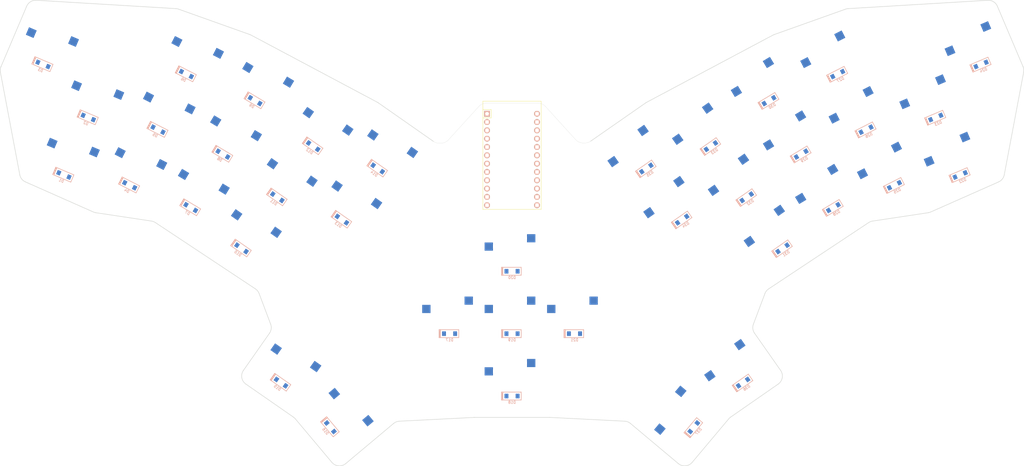
<source format=kicad_pcb>
(kicad_pcb (version 20221018) (generator pcbnew)
  (title_block (title "flauder") (rev "v1.0.0") (company "currentKB"))
  (layers (0 "F.Cu" signal) (31 "B.Cu" signal) (34 "B.Paste" user) (35 "F.Paste" user) (36 "B.SilkS" user "B.Silkscreen") (37 "F.SilkS" user "F.Silkscreen") (38 "B.Mask" user) (39 "F.Mask" user) (44 "Edge.Cuts" user))
  (net 0 "")
  (net 1 "P21")
  (net 2 "pinky_bottom")
  (net 3 "pinky_home")
  (net 4 "pinky_top")
  (net 5 "P20")
  (net 6 "ring_bottom")
  (net 7 "ring_home")
  (net 8 "ring_top")
  (net 9 "P19")
  (net 10 "middle_bottom")
  (net 11 "middle_home")
  (net 12 "middle_top")
  (net 13 "P18")
  (net 14 "index_bottom")
  (net 15 "index_home")
  (net 16 "index_top")
  (net 17 "P15")
  (net 18 "inner_home")
  (net 19 "inner_top")
  (net 20 "inner_cluster")
  (net 21 "outer_cluster")
  (net 22 "left_middle")
  (net 23 "center_down")
  (net 24 "center_middle")
  (net 25 "center_up")
  (net 26 "right_middle")
  (net 27 "P2")
  (net 28 "mirror_pinky_bottom")
  (net 29 "mirror_pinky_home")
  (net 30 "mirror_pinky_top")
  (net 31 "P3")
  (net 32 "mirror_ring_bottom")
  (net 33 "mirror_ring_home")
  (net 34 "mirror_ring_top")
  (net 35 "P4")
  (net 36 "mirror_middle_bottom")
  (net 37 "mirror_middle_home")
  (net 38 "mirror_middle_top")
  (net 39 "P5")
  (net 40 "mirror_index_bottom")
  (net 41 "mirror_index_home")
  (net 42 "mirror_index_top")
  (net 43 "P6")
  (net 44 "mirror_inner_home")
  (net 45 "mirror_inner_top")
  (net 46 "mirror_inner_cluster")
  (net 47 "mirror_outer_cluster")
  (net 48 "P10")
  (net 49 "P8")
  (net 50 "P16")
  (net 51 "P9")
  (net 52 "RAW")
  (net 53 "GND")
  (net 54 "RST")
  (net 55 "VCC")
  (net 56 "P14")
  (net 57 "P1")
  (net 58 "P0")
  (net 59 "P7")
  (footprint "ProMicro" (layer "F.Cu") (at 206.508 123.89 -90)
    (fp_text reference "MCU1" hide)
    (fp_text value "" hide)
    (pad "1" thru_hole rect (at -13.97 7.62 270) (size 1.7526 1.7526) (drill 1.0922) (layers "*.Cu" "*.SilkS" "*.Mask") (net 52 "RAW"))
    (pad "2" thru_hole circle (at -11.43 7.62) (size 1.7526 1.7526) (drill 1.0922) (layers "*.Cu" "*.SilkS" "*.Mask") (net 53 "GND"))
    (pad "3" thru_hole circle (at -8.89 7.62) (size 1.7526 1.7526) (drill 1.0922) (layers "*.Cu" "*.SilkS" "*.Mask") (net 54 "RST"))
    (pad "4" thru_hole circle (at -6.35 7.62) (size 1.7526 1.7526) (drill 1.0922) (layers "*.Cu" "*.SilkS" "*.Mask") (net 55 "VCC"))
    (pad "5" thru_hole circle (at -3.81 7.62) (size 1.7526 1.7526) (drill 1.0922) (layers "*.Cu" "*.SilkS" "*.Mask") (net 1 "P21"))
    (pad "6" thru_hole circle (at -1.27 7.62) (size 1.7526 1.7526) (drill 1.0922) (layers "*.Cu" "*.SilkS" "*.Mask") (net 5 "P20"))
    (pad "7" thru_hole circle (at 1.27 7.62) (size 1.7526 1.7526) (drill 1.0922) (layers "*.Cu" "*.SilkS" "*.Mask") (net 9 "P19"))
    (pad "8" thru_hole circle (at 3.81 7.62) (size 1.7526 1.7526) (drill 1.0922) (layers "*.Cu" "*.SilkS" "*.Mask") (net 13 "P18"))
    (pad "9" thru_hole circle (at 6.35 7.62) (size 1.7526 1.7526) (drill 1.0922) (layers "*.Cu" "*.SilkS" "*.Mask") (net 17 "P15"))
    (pad "10" thru_hole circle (at 8.89 7.62) (size 1.7526 1.7526) (drill 1.0922) (layers "*.Cu" "*.SilkS" "*.Mask") (net 56 "P14"))
    (pad "11" thru_hole circle (at 11.43 7.62) (size 1.7526 1.7526) (drill 1.0922) (layers "*.Cu" "*.SilkS" "*.Mask") (net 50 "P16"))
    (pad "12" thru_hole circle (at 13.97 7.62) (size 1.7526 1.7526) (drill 1.0922) (layers "*.Cu" "*.SilkS" "*.Mask") (net 48 "P10"))
    (pad "13" thru_hole circle (at -13.97 -7.62) (size 1.7526 1.7526) (drill 1.0922) (layers "*.Cu" "*.SilkS" "*.Mask") (net 57 "P1"))
    (pad "14" thru_hole circle (at -11.43 -7.62) (size 1.7526 1.7526) (drill 1.0922) (layers "*.Cu" "*.SilkS" "*.Mask") (net 58 "P0"))
    (pad "15" thru_hole circle (at -8.89 -7.62) (size 1.7526 1.7526) (drill 1.0922) (layers "*.Cu" "*.SilkS" "*.Mask") (net 53 "GND"))
    (pad "16" thru_hole circle (at -6.35 -7.62) (size 1.7526 1.7526) (drill 1.0922) (layers "*.Cu" "*.SilkS" "*.Mask") (net 53 "GND"))
    (pad "17" thru_hole circle (at -3.81 -7.62) (size 1.7526 1.7526) (drill 1.0922) (layers "*.Cu" "*.SilkS" "*.Mask") (net 27 "P2"))
    (pad "18" thru_hole circle (at -1.27 -7.62) (size 1.7526 1.7526) (drill 1.0922) (layers "*.Cu" "*.SilkS" "*.Mask") (net 31 "P3"))
    (pad "19" thru_hole circle (at 1.27 -7.62) (size 1.7526 1.7526) (drill 1.0922) (layers "*.Cu" "*.SilkS" "*.Mask") (net 35 "P4"))
    (pad "20" thru_hole circle (at 3.81 -7.62) (size 1.7526 1.7526) (drill 1.0922) (layers "*.Cu" "*.SilkS" "*.Mask") (net 39 "P5"))
    (pad "21" thru_hole circle (at 6.35 -7.62) (size 1.7526 1.7526) (drill 1.0922) (layers "*.Cu" "*.SilkS" "*.Mask") (net 43 "P6"))
    (pad "22" thru_hole circle (at 8.89 -7.62) (size 1.7526 1.7526) (drill 1.0922) (layers "*.Cu" "*.SilkS" "*.Mask") (net 59 "P7"))
    (pad "23" thru_hole circle (at 11.43 -7.62) (size 1.7526 1.7526) (drill 1.0922) (layers "*.Cu" "*.SilkS" "*.Mask") (net 49 "P8"))
    (pad "24" thru_hole circle (at 13.97 -7.62) (size 1.7526 1.7526) (drill 1.0922) (layers "*.Cu" "*.SilkS" "*.Mask") (net 51 "P9"))
  )
  (footprint "MX" (layer "F.Cu") (at 206.508 153.03)
    (fp_text reference "S20" hide)
    (fp_text value "" hide)
    (pad "" np_thru_hole circle (at -5.08 0) (size 1.7018 1.7018) (drill 1.7018) (layers "*.Cu" "*.Mask"))
    (pad "" np_thru_hole circle (at -3.81 -2.54) (size 3 3) (drill 3) (layers "*.Cu" "*.Mask"))
    (pad "" np_thru_hole circle (at 0 0) (size 3.9878 3.9878) (drill 3.9878) (layers "*.Cu" "*.Mask"))
    (pad "" np_thru_hole circle (at 2.54 -5.08) (size 3 3) (drill 3) (layers "*.Cu" "*.Mask"))
    (pad "" np_thru_hole circle (at 5.08 0) (size 1.7018 1.7018) (drill 1.7018) (layers "*.Cu" "*.Mask"))
    (pad "1" smd rect (at -7.085 -2.54) (size 2.55 2.5) (layers "B.Cu" "B.Paste" "B.Mask"))
    (pad "2" smd rect (at 5.842 -5.08) (size 2.55 2.5) (layers "B.Cu" "B.Paste" "B.Mask") (net 25 "center_up"))
  )
  (footprint "MX" (layer "F.Cu") (at 138.902857 187.936574 -35)
    (fp_text reference "S15" hide)
    (fp_text value "" hide)
    (pad "" np_thru_hole circle (at -5.08 0) (size 1.7018 1.7018) (drill 1.7018) (layers "*.Cu" "*.Mask"))
    (pad "" np_thru_hole circle (at -3.81 -2.54) (size 3 3) (drill 3) (layers "*.Cu" "*.Mask"))
    (pad "" np_thru_hole circle (at 0 0) (size 3.9878 3.9878) (drill 3.9878) (layers "*.Cu" "*.Mask"))
    (pad "" np_thru_hole circle (at 2.54 -5.08) (size 3 3) (drill 3) (layers "*.Cu" "*.Mask"))
    (pad "" np_thru_hole circle (at 5.08 0) (size 1.7018 1.7018) (drill 1.7018) (layers "*.Cu" "*.Mask"))
    (pad "1" smd rect (at -7.085 -2.54 325) (size 2.55 2.5) (layers "B.Cu" "B.Paste" "B.Mask") (net 13 "P18"))
    (pad "2" smd rect (at 5.842 -5.08 325) (size 2.55 2.5) (layers "B.Cu" "B.Paste" "B.Mask") (net 20 "inner_cluster"))
  )
  (footprint "Keebio-Parts.pretty-master:D_SOD123" (layer "F.Cu") (at 128.115946 105.923655 -31)
    (fp_text reference "D9" (at 0 1.925 -211) (layer "B.SilkS") (effects (font (size 0.8 0.8)) (justify mirror)))
    (fp_text value "" hide)
    (pad "1" smd rect (at -1.7 0 329) (size 1.2 1.4) (layers "B.Cu" "B.Paste" "B.Mask") (net 50 "P16"))
    (pad "2" smd rect (at 1.7 0 329) (size 1.2 1.4) (layers "B.Cu" "B.Paste" "B.Mask") (net 12 "middle_top"))
  )
  (footprint "MX" (layer "F.Cu") (at 341.260071 124.00391 23)
    (fp_text reference "S22" hide)
    (fp_text value "" hide)
    (pad "" np_thru_hole circle (at -5.08 0) (size 1.7018 1.7018) (drill 1.7018) (layers "*.Cu" "*.Mask"))
    (pad "" np_thru_hole circle (at -3.81 -2.54) (size 3 3) (drill 3) (layers "*.Cu" "*.Mask"))
    (pad "" np_thru_hole circle (at 0 0) (size 3.9878 3.9878) (drill 3.9878) (layers "*.Cu" "*.Mask"))
    (pad "" np_thru_hole circle (at 2.54 -5.08) (size 3 3) (drill 3) (layers "*.Cu" "*.Mask"))
    (pad "" np_thru_hole circle (at 5.08 0) (size 1.7018 1.7018) (drill 1.7018) (layers "*.Cu" "*.Mask"))
    (pad "1" smd rect (at -7.085 -2.54 23) (size 2.55 2.5) (layers "B.Cu" "B.Paste" "B.Mask") (net 27 "P2"))
    (pad "2" smd rect (at 5.842 -5.08 23) (size 2.55 2.5) (layers "B.Cu" "B.Paste" "B.Mask") (net 28 "mirror_pinky_bottom"))
  )
  (footprint "MX" (layer "F.Cu") (at 244.608 122.55 35)
    (fp_text reference "S35" hide)
    (fp_text value "" hide)
    (pad "" np_thru_hole circle (at -5.08 0) (size 1.7018 1.7018) (drill 1.7018) (layers "*.Cu" "*.Mask"))
    (pad "" np_thru_hole circle (at -3.81 -2.54) (size 3 3) (drill 3) (layers "*.Cu" "*.Mask"))
    (pad "" np_thru_hole circle (at 0 0) (size 3.9878 3.9878) (drill 3.9878) (layers "*.Cu" "*.Mask"))
    (pad "" np_thru_hole circle (at 2.54 -5.08) (size 3 3) (drill 3) (layers "*.Cu" "*.Mask"))
    (pad "" np_thru_hole circle (at 5.08 0) (size 1.7018 1.7018) (drill 1.7018) (layers "*.Cu" "*.Mask"))
    (pad "1" smd rect (at -7.085 -2.54 35) (size 2.55 2.5) (layers "B.Cu" "B.Paste" "B.Mask") (net 43 "P6"))
    (pad "2" smd rect (at 5.842 -5.08 35) (size 2.55 2.5) (layers "B.Cu" "B.Paste" "B.Mask") (net 45 "mirror_inner_top"))
  )
  (footprint "Keebio-Parts.pretty-master:D_SOD123" (layer "F.Cu") (at 123.984867 151.0367 -35)
    (fp_text reference "D10" (at 0 1.925 -215) (layer "B.SilkS") (effects (font (size 0.8 0.8)) (justify mirror)))
    (fp_text value "" hide)
    (pad "1" smd rect (at -1.7 0 325) (size 1.2 1.4) (layers "B.Cu" "B.Paste" "B.Mask") (net 48 "P10"))
    (pad "2" smd rect (at 1.7 0 325) (size 1.2 1.4) (layers "B.Cu" "B.Paste" "B.Mask") (net 14 "index_bottom"))
  )
  (footprint "Keebio-Parts.pretty-master:D_SOD123" (layer "F.Cu") (at 284.900053 105.923655 31)
    (fp_text reference "D30" (at 0 1.925 31) (layer "B.SilkS") (effects (font (size 0.8 0.8)) (justify mirror)))
    (fp_text value "" hide)
    (pad "1" smd rect (at -1.7 0 31) (size 1.2 1.4) (layers "B.Cu" "B.Paste" "B.Mask") (net 50 "P16"))
    (pad "2" smd rect (at 1.7 0 31) (size 1.2 1.4) (layers "B.Cu" "B.Paste" "B.Mask") (net 38 "mirror_middle_top"))
  )
  (footprint "MX" (layer "F.Cu") (at 100.784726 110.32513 -27)
    (fp_text reference "S5" hide)
    (fp_text value "" hide)
    (pad "" np_thru_hole circle (at -5.08 0) (size 1.7018 1.7018) (drill 1.7018) (layers "*.Cu" "*.Mask"))
    (pad "" np_thru_hole circle (at -3.81 -2.54) (size 3 3) (drill 3) (layers "*.Cu" "*.Mask"))
    (pad "" np_thru_hole circle (at 0 0) (size 3.9878 3.9878) (drill 3.9878) (layers "*.Cu" "*.Mask"))
    (pad "" np_thru_hole circle (at 2.54 -5.08) (size 3 3) (drill 3) (layers "*.Cu" "*.Mask"))
    (pad "" np_thru_hole circle (at 5.08 0) (size 1.7018 1.7018) (drill 1.7018) (layers "*.Cu" "*.Mask"))
    (pad "1" smd rect (at -7.085 -2.54 333) (size 2.55 2.5) (layers "B.Cu" "B.Paste" "B.Mask") (net 5 "P20"))
    (pad "2" smd rect (at 5.842 -5.08 333) (size 2.55 2.5) (layers "B.Cu" "B.Paste" "B.Mask") (net 7 "ring_home"))
  )
  (footprint "MX" (layer "F.Cu") (at 301.947813 134.295893 31)
    (fp_text reference "S28" hide)
    (fp_text value "" hide)
    (pad "" np_thru_hole circle (at -5.08 0) (size 1.7018 1.7018) (drill 1.7018) (layers "*.Cu" "*.Mask"))
    (pad "" np_thru_hole circle (at -3.81 -2.54) (size 3 3) (drill 3) (layers "*.Cu" "*.Mask"))
    (pad "" np_thru_hole circle (at 0 0) (size 3.9878 3.9878) (drill 3.9878) (layers "*.Cu" "*.Mask"))
    (pad "" np_thru_hole circle (at 2.54 -5.08) (size 3 3) (drill 3) (layers "*.Cu" "*.Mask"))
    (pad "" np_thru_hole circle (at 5.08 0) (size 1.7018 1.7018) (drill 1.7018) (layers "*.Cu" "*.Mask"))
    (pad "1" smd rect (at -7.085 -2.54 31) (size 2.55 2.5) (layers "B.Cu" "B.Paste" "B.Mask") (net 35 "P4"))
    (pad "2" smd rect (at 5.842 -5.08 31) (size 2.55 2.5) (layers "B.Cu" "B.Paste" "B.Mask") (net 36 "mirror_middle_bottom"))
  )
  (footprint "MX" (layer "F.Cu") (at 168.408 122.55 -35)
    (fp_text reference "S14" hide)
    (fp_text value "" hide)
    (pad "" np_thru_hole circle (at -5.08 0) (size 1.7018 1.7018) (drill 1.7018) (layers "*.Cu" "*.Mask"))
    (pad "" np_thru_hole circle (at -3.81 -2.54) (size 3 3) (drill 3) (layers "*.Cu" "*.Mask"))
    (pad "" np_thru_hole circle (at 0 0) (size 3.9878 3.9878) (drill 3.9878) (layers "*.Cu" "*.Mask"))
    (pad "" np_thru_hole circle (at 2.54 -5.08) (size 3 3) (drill 3) (layers "*.Cu" "*.Mask"))
    (pad "" np_thru_hole circle (at 5.08 0) (size 1.7018 1.7018) (drill 1.7018) (layers "*.Cu" "*.Mask"))
    (pad "1" smd rect (at -7.085 -2.54 325) (size 2.55 2.5) (layers "B.Cu" "B.Paste" "B.Mask") (net 17 "P15"))
    (pad "2" smd rect (at 5.842 -5.08 325) (size 2.55 2.5) (layers "B.Cu" "B.Paste" "B.Mask") (net 19 "inner_top"))
  )
  (footprint "Keebio-Parts.pretty-master:D_SOD123" (layer "F.Cu") (at 89.866255 131.753837 -27)
    (fp_text reference "D4" (at 0 1.925 -207) (layer "B.SilkS") (effects (font (size 0.8 0.8)) (justify mirror)))
    (fp_text value "" hide)
    (pad "1" smd rect (at -1.7 0 333) (size 1.2 1.4) (layers "B.Cu" "B.Paste" "B.Mask") (net 48 "P10"))
    (pad "2" smd rect (at 1.7 0 333) (size 1.2 1.4) (layers "B.Cu" "B.Paste" "B.Mask") (net 6 "ring_bottom"))
  )
  (footprint "MX" (layer "F.Cu") (at 148.706012 115.731246 -35)
    (fp_text reference "S12" hide)
    (fp_text value "" hide)
    (pad "" np_thru_hole circle (at -5.08 0) (size 1.7018 1.7018) (drill 1.7018) (layers "*.Cu" "*.Mask"))
    (pad "" np_thru_hole circle (at -3.81 -2.54) (size 3 3) (drill 3) (layers "*.Cu" "*.Mask"))
    (pad "" np_thru_hole circle (at 0 0) (size 3.9878 3.9878) (drill 3.9878) (layers "*.Cu" "*.Mask"))
    (pad "" np_thru_hole circle (at 2.54 -5.08) (size 3 3) (drill 3) (layers "*.Cu" "*.Mask"))
    (pad "" np_thru_hole circle (at 5.08 0) (size 1.7018 1.7018) (drill 1.7018) (layers "*.Cu" "*.Mask"))
    (pad "1" smd rect (at -7.085 -2.54 325) (size 2.55 2.5) (layers "B.Cu" "B.Paste" "B.Mask") (net 13 "P18"))
    (pad "2" smd rect (at 5.842 -5.08 325) (size 2.55 2.5) (layers "B.Cu" "B.Paste" "B.Mask") (net 16 "index_top"))
  )
  (footprint "Keebio-Parts.pretty-master:D_SOD123" (layer "F.Cu") (at 314.501225 114.780163 27)
    (fp_text reference "D26" (at 0 1.925 27) (layer "B.SilkS") (effects (font (size 0.8 0.8)) (justify mirror)))
    (fp_text value "" hide)
    (pad "1" smd rect (at -1.7 0 27) (size 1.2 1.4) (layers "B.Cu" "B.Paste" "B.Mask") (net 49 "P8"))
    (pad "2" smd rect (at 1.7 0 27) (size 1.2 1.4) (layers "B.Cu" "B.Paste" "B.Mask") (net 33 "mirror_ring_home"))
  )
  (footprint "MX" (layer "F.Cu") (at 65.385452 90.257056 -23)
    (fp_text reference "S3" hide)
    (fp_text value "" hide)
    (pad "" np_thru_hole circle (at -5.08 0) (size 1.7018 1.7018) (drill 1.7018) (layers "*.Cu" "*.Mask"))
    (pad "" np_thru_hole circle (at -3.81 -2.54) (size 3 3) (drill 3) (layers "*.Cu" "*.Mask"))
    (pad "" np_thru_hole circle (at 0 0) (size 3.9878 3.9878) (drill 3.9878) (layers "*.Cu" "*.Mask"))
    (pad "" np_thru_hole circle (at 2.54 -5.08) (size 3 3) (drill 3) (layers "*.Cu" "*.Mask"))
    (pad "" np_thru_hole circle (at 5.08 0) (size 1.7018 1.7018) (drill 1.7018) (layers "*.Cu" "*.Mask"))
    (pad "1" smd rect (at -7.085 -2.54 337) (size 2.55 2.5) (layers "B.Cu" "B.Paste" "B.Mask") (net 1 "P21"))
    (pad "2" smd rect (at 5.842 -5.08 337) (size 2.55 2.5) (layers "B.Cu" "B.Paste" "B.Mask") (net 4 "pinky_top"))
  )
  (footprint "MX" (layer "F.Cu") (at 312.231273 110.32513 27)
    (fp_text reference "S26" hide)
    (fp_text value "" hide)
    (pad "" np_thru_hole circle (at -5.08 0) (size 1.7018 1.7018) (drill 1.7018) (layers "*.Cu" "*.Mask"))
    (pad "" np_thru_hole circle (at -3.81 -2.54) (size 3 3) (drill 3) (layers "*.Cu" "*.Mask"))
    (pad "" np_thru_hole circle (at 0 0) (size 3.9878 3.9878) (drill 3.9878) (layers "*.Cu" "*.Mask"))
    (pad "" np_thru_hole circle (at 2.54 -5.08) (size 3 3) (drill 3) (layers "*.Cu" "*.Mask"))
    (pad "" np_thru_hole circle (at 5.08 0) (size 1.7018 1.7018) (drill 1.7018) (layers "*.Cu" "*.Mask"))
    (pad "1" smd rect (at -7.085 -2.54 27) (size 2.55 2.5) (layers "B.Cu" "B.Paste" "B.Mask") (net 31 "P3"))
    (pad "2" smd rect (at 5.842 -5.08 27) (size 2.55 2.5) (layers "B.Cu" "B.Paste" "B.Mask") (net 33 "mirror_ring_home"))
  )
  (footprint "Keebio-Parts.pretty-master:D_SOD123" (layer "F.Cu") (at 323.149744 131.753837 27)
    (fp_text reference "D25" (at 0 1.925 27) (layer "B.SilkS") (effects (font (size 0.8 0.8)) (justify mirror)))
    (fp_text value "" hide)
    (pad "1" smd rect (at -1.7 0 27) (size 1.2 1.4) (layers "B.Cu" "B.Paste" "B.Mask") (net 48 "P10"))
    (pad "2" smd rect (at 1.7 0 27) (size 1.2 1.4) (layers "B.Cu" "B.Paste" "B.Mask") (net 32 "mirror_ring_bottom"))
  )
  (footprint "Keebio-Parts.pretty-master:D_SOD123" (layer "F.Cu") (at 267.17787 119.827007 35)
    (fp_text reference "D33" (at 0 1.925 35) (layer "B.SilkS") (effects (font (size 0.8 0.8)) (justify mirror)))
    (fp_text value "" hide)
    (pad "1" smd rect (at -1.7 0 35) (size 1.2 1.4) (layers "B.Cu" "B.Paste" "B.Mask") (net 50 "P16"))
    (pad "2" smd rect (at 1.7 0 35) (size 1.2 1.4) (layers "B.Cu" "B.Paste" "B.Mask") (net 42 "mirror_index_top"))
  )
  (footprint "Keebio-Parts.pretty-master:D_SOD123" (layer "F.Cu") (at 225.558 177.08)
    (fp_text reference "D21" (at 0 1.925) (layer "B.SilkS") (effects (font (size 0.8 0.8)) (justify mirror)))
    (fp_text value "" hide)
    (pad "1" smd rect (at -1.7 0) (size 1.2 1.4) (layers "B.Cu" "B.Paste" "B.Mask"))
    (pad "2" smd rect (at 1.7 0) (size 1.2 1.4) (layers "B.Cu" "B.Paste" "B.Mask") (net 26 "right_middle"))
  )
  (footprint "Keebio-Parts.pretty-master:D_SOD123" (layer "F.Cu") (at 206.508 196.13)
    (fp_text reference "D18" (at 0 1.925) (layer "B.SilkS") (effects (font (size 0.8 0.8)) (justify mirror)))
    (fp_text value "" hide)
    (pad "1" smd rect (at -1.7 0) (size 1.2 1.4) (layers "B.Cu" "B.Paste" "B.Mask"))
    (pad "2" smd rect (at 1.7 0) (size 1.2 1.4) (layers "B.Cu" "B.Paste" "B.Mask") (net 23 "center_down"))
  )
  (footprint "MX" (layer "F.Cu") (at 333.816643 106.468293 23)
    (fp_text reference "S23" hide)
    (fp_text value "" hide)
    (pad "" np_thru_hole circle (at -5.08 0) (size 1.7018 1.7018) (drill 1.7018) (layers "*.Cu" "*.Mask"))
    (pad "" np_thru_hole circle (at -3.81 -2.54) (size 3 3) (drill 3) (layers "*.Cu" "*.Mask"))
    (pad "" np_thru_hole circle (at 0 0) (size 3.9878 3.9878) (drill 3.9878) (layers "*.Cu" "*.Mask"))
    (pad "" np_thru_hole circle (at 2.54 -5.08) (size 3 3) (drill 3) (layers "*.Cu" "*.Mask"))
    (pad "" np_thru_hole circle (at 5.08 0) (size 1.7018 1.7018) (drill 1.7018) (layers "*.Cu" "*.Mask"))
    (pad "1" smd rect (at -7.085 -2.54 23) (size 2.55 2.5) (layers "B.Cu" "B.Paste" "B.Mask") (net 27 "P2"))
    (pad "2" smd rect (at 5.842 -5.08 23) (size 2.55 2.5) (layers "B.Cu" "B.Paste" "B.Mask") (net 29 "mirror_pinky_home"))
  )
  (footprint "Keebio-Parts.pretty-master:D_SOD123" (layer "F.Cu") (at 261.942244 205.660851 50)
    (fp_text reference "D37" (at 0 1.925 50) (layer "B.SilkS") (effects (font (size 0.8 0.8)) (justify mirror)))
    (fp_text value "" hide)
    (pad "1" smd rect (at -1.7 0 50) (size 1.2 1.4) (layers "B.Cu" "B.Paste" "B.Mask") (net 51 "P9"))
    (pad "2" smd rect (at 1.7 0 50) (size 1.2 1.4) (layers "B.Cu" "B.Paste" "B.Mask") (net 47 "mirror_outer_cluster"))
  )
  (footprint "MX" (layer "F.Cu") (at 274.113142 187.936574 35)
    (fp_text reference "S36" hide)
    (fp_text value "" hide)
    (pad "" np_thru_hole circle (at -5.08 0) (size 1.7018 1.7018) (drill 1.7018) (layers "*.Cu" "*.Mask"))
    (pad "" np_thru_hole circle (at -3.81 -2.54) (size 3 3) (drill 3) (layers "*.Cu" "*.Mask"))
    (pad "" np_thru_hole circle (at 0 0) (size 3.9878 3.9878) (drill 3.9878) (layers "*.Cu" "*.Mask"))
    (pad "" np_thru_hole circle (at 2.54 -5.08) (size 3 3) (drill 3) (layers "*.Cu" "*.Mask"))
    (pad "" np_thru_hole circle (at 5.08 0) (size 1.7018 1.7018) (drill 1.7018) (layers "*.Cu" "*.Mask"))
    (pad "1" smd rect (at -7.085 -2.54 35) (size 2.55 2.5) (layers "B.Cu" "B.Paste" "B.Mask") (net 39 "P5"))
    (pad "2" smd rect (at 5.842 -5.08 35) (size 2.55 2.5) (layers "B.Cu" "B.Paste" "B.Mask") (net 46 "mirror_inner_cluster"))
  )
  (footprint "Keebio-Parts.pretty-master:D_SOD123" (layer "F.Cu") (at 165.540117 126.64576 -35)
    (fp_text reference "D14" (at 0 1.925 -215) (layer "B.SilkS") (effects (font (size 0.8 0.8)) (justify mirror)))
    (fp_text value "" hide)
    (pad "1" smd rect (at -1.7 0 325) (size 1.2 1.4) (layers "B.Cu" "B.Paste" "B.Mask") (net 50 "P16"))
    (pad "2" smd rect (at 1.7 0 325) (size 1.2 1.4) (layers "B.Cu" "B.Paste" "B.Mask") (net 19 "inner_top"))
  )
  (footprint "MX" (layer "F.Cu") (at 206.508 172.08)
    (fp_text reference "S19" hide)
    (fp_text value "" hide)
    (pad "" np_thru_hole circle (at -5.08 0) (size 1.7018 1.7018) (drill 1.7018) (layers "*.Cu" "*.Mask"))
    (pad "" np_thru_hole circle (at -3.81 -2.54) (size 3 3) (drill 3) (layers "*.Cu" "*.Mask"))
    (pad "" np_thru_hole circle (at 0 0) (size 3.9878 3.9878) (drill 3.9878) (layers "*.Cu" "*.Mask"))
    (pad "" np_thru_hole circle (at 2.54 -5.08) (size 3 3) (drill 3) (layers "*.Cu" "*.Mask"))
    (pad "" np_thru_hole circle (at 5.08 0) (size 1.7018 1.7018) (drill 1.7018) (layers "*.Cu" "*.Mask"))
    (pad "1" smd rect (at -7.085 -2.54) (size 2.55 2.5) (layers "B.Cu" "B.Paste" "B.Mask"))
    (pad "2" smd rect (at 5.842 -5.08) (size 2.55 2.5) (layers "B.Cu" "B.Paste" "B.Mask") (net 24 "center_middle"))
  )
  (footprint "MX" (layer "F.Cu") (at 225.558 172.08)
    (fp_text reference "S21" hide)
    (fp_text value "" hide)
    (pad "" np_thru_hole circle (at -5.08 0) (size 1.7018 1.7018) (drill 1.7018) (layers "*.Cu" "*.Mask"))
    (pad "" np_thru_hole circle (at -3.81 -2.54) (size 3 3) (drill 3) (layers "*.Cu" "*.Mask"))
    (pad "" np_thru_hole circle (at 0 0) (size 3.9878 3.9878) (drill 3.9878) (layers "*.Cu" "*.Mask"))
    (pad "" np_thru_hole circle (at 2.54 -5.08) (size 3 3) (drill 3) (layers "*.Cu" "*.Mask"))
    (pad "" np_thru_hole circle (at 5.08 0) (size 1.7018 1.7018) (drill 1.7018) (layers "*.Cu" "*.Mask"))
    (pad "1" smd rect (at -7.085 -2.54) (size 2.55 2.5) (layers "B.Cu" "B.Paste" "B.Mask"))
    (pad "2" smd rect (at 5.842 -5.08) (size 2.55 2.5) (layers "B.Cu" "B.Paste" "B.Mask") (net 26 "right_middle"))
  )
  (footprint "MX" (layer "F.Cu") (at 92.136207 127.298804 -27)
    (fp_text reference "S4" hide)
    (fp_text value "" hide)
    (pad "" np_thru_hole circle (at -5.08 0) (size 1.7018 1.7018) (drill 1.7018) (layers "*.Cu" "*.Mask"))
    (pad "" np_thru_hole circle (at -3.81 -2.54) (size 3 3) (drill 3) (layers "*.Cu" "*.Mask"))
    (pad "" np_thru_hole circle (at 0 0) (size 3.9878 3.9878) (drill 3.9878) (layers "*.Cu" "*.Mask"))
    (pad "" np_thru_hole circle (at 2.54 -5.08) (size 3 3) (drill 3) (layers "*.Cu" "*.Mask"))
    (pad "" np_thru_hole circle (at 5.08 0) (size 1.7018 1.7018) (drill 1.7018) (layers "*.Cu" "*.Mask"))
    (pad "1" smd rect (at -7.085 -2.54 333) (size 2.55 2.5) (layers "B.Cu" "B.Paste" "B.Mask") (net 5 "P20"))
    (pad "2" smd rect (at 5.842 -5.08 333) (size 2.55 2.5) (layers "B.Cu" "B.Paste" "B.Mask") (net 6 "ring_bottom"))
  )
  (footprint "Keebio-Parts.pretty-master:D_SOD123" (layer "F.Cu") (at 77.2457 111.070817 -23)
    (fp_text reference "D2" (at 0 1.925 -203) (layer "B.SilkS") (effects (font (size 0.8 0.8)) (justify mirror)))
    (fp_text value "" hide)
    (pad "1" smd rect (at -1.7 0 337) (size 1.2 1.4) (layers "B.Cu" "B.Paste" "B.Mask") (net 49 "P8"))
    (pad "2" smd rect (at 1.7 0 337) (size 1.2 1.4) (layers "B.Cu" "B.Paste" "B.Mask") (net 3 "pinky_home"))
  )
  (footprint "MX" (layer "F.Cu") (at 137.779381 131.336093 -35)
    (fp_text reference "S11" hide)
    (fp_text value "" hide)
    (pad "" np_thru_hole circle (at -5.08 0) (size 1.7018 1.7018) (drill 1.7018) (layers "*.Cu" "*.Mask"))
    (pad "" np_thru_hole circle (at -3.81 -2.54) (size 3 3) (drill 3) (layers "*.Cu" "*.Mask"))
    (pad "" np_thru_hole circle (at 0 0) (size 3.9878 3.9878) (drill 3.9878) (layers "*.Cu" "*.Mask"))
    (pad "" np_thru_hole circle (at 2.54 -5.08) (size 3 3) (drill 3) (layers "*.Cu" "*.Mask"))
    (pad "" np_thru_hole circle (at 5.08 0) (size 1.7018 1.7018) (drill 1.7018) (layers "*.Cu" "*.Mask"))
    (pad "1" smd rect (at -7.085 -2.54 325) (size 2.55 2.5) (layers "B.Cu" "B.Paste" "B.Mask") (net 13 "P18"))
    (pad "2" smd rect (at 5.842 -5.08 325) (size 2.55 2.5) (layers "B.Cu" "B.Paste" "B.Mask") (net 15 "index_home"))
  )
  (footprint "MX" (layer "F.Cu") (at 157.481369 138.154847 -35)
    (fp_text reference "S13" hide)
    (fp_text value "" hide)
    (pad "" np_thru_hole circle (at -5.08 0) (size 1.7018 1.7018) (drill 1.7018) (layers "*.Cu" "*.Mask"))
    (pad "" np_thru_hole circle (at -3.81 -2.54) (size 3 3) (drill 3) (layers "*.Cu" "*.Mask"))
    (pad "" np_thru_hole circle (at 0 0) (size 3.9878 3.9878) (drill 3.9878) (layers "*.Cu" "*.Mask"))
    (pad "" np_thru_hole circle (at 2.54 -5.08) (size 3 3) (drill 3) (layers "*.Cu" "*.Mask"))
    (pad "" np_thru_hole circle (at 5.08 0) (size 1.7018 1.7018) (drill 1.7018) (layers "*.Cu" "*.Mask"))
    (pad "1" smd rect (at -7.085 -2.54 325) (size 2.55 2.5) (layers "B.Cu" "B.Paste" "B.Mask") (net 17 "P15"))
    (pad "2" smd rect (at 5.842 -5.08 325) (size 2.55 2.5) (layers "B.Cu" "B.Paste" "B.Mask") (net 18 "inner_home"))
  )
  (footprint "Keebio-Parts.pretty-master:D_SOD123" (layer "F.Cu") (at 289.031132 151.0367 35)
    (fp_text reference "D31" (at 0 1.925 35) (layer "B.SilkS") (effects (font (size 0.8 0.8)) (justify mirror)))
    (fp_text value "" hide)
    (pad "1" smd rect (at -1.7 0 35) (size 1.2 1.4) (layers "B.Cu" "B.Paste" "B.Mask") (net 48 "P10"))
    (pad "2" smd rect (at 1.7 0 35) (size 1.2 1.4) (layers "B.Cu" "B.Paste" "B.Mask") (net 40 "mirror_index_bottom"))
  )
  (footprint "MX" (layer "F.Cu") (at 347.630547 90.257056 23)
    (fp_text reference "S24" hide)
    (fp_text value "" hide)
    (pad "" np_thru_hole circle (at -5.08 0) (size 1.7018 1.7018) (drill 1.7018) (layers "*.Cu" "*.Mask"))
    (pad "" np_thru_hole circle (at -3.81 -2.54) (size 3 3) (drill 3) (layers "*.Cu" "*.Mask"))
    (pad "" np_thru_hole circle (at 0 0) (size 3.9878 3.9878) (drill 3.9878) (layers "*.Cu" "*.Mask"))
    (pad "" np_thru_hole circle (at 2.54 -5.08) (size 3 3) (drill 3) (layers "*.Cu" "*.Mask"))
    (pad "" np_thru_hole circle (at 5.08 0) (size 1.7018 1.7018) (drill 1.7018) (layers "*.Cu" "*.Mask"))
    (pad "1" smd rect (at -7.085 -2.54 23) (size 2.55 2.5) (layers "B.Cu" "B.Paste" "B.Mask") (net 27 "P2"))
    (pad "2" smd rect (at 5.842 -5.08 23) (size 2.55 2.5) (layers "B.Cu" "B.Paste" "B.Mask") (net 30 "mirror_pinky_top"))
  )
  (footprint "Keebio-Parts.pretty-master:D_SOD123" (layer "F.Cu") (at 304.523004 138.581729 31)
    (fp_text reference "D28" (at 0 1.925 31) (layer "B.SilkS") (effects (font (size 0.8 0.8)) (justify mirror)))
    (fp_text value "" hide)
    (pad "1" smd rect (at -1.7 0 31) (size 1.2 1.4) (layers "B.Cu" "B.Paste" "B.Mask") (net 48 "P10"))
    (pad "2" smd rect (at 1.7 0 31) (size 1.2 1.4) (layers "B.Cu" "B.Paste" "B.Mask") (net 36 "mirror_middle_bottom"))
  )
  (footprint "Keebio-Parts.pretty-master:D_SOD123" (layer "F.Cu") (at 107.163293 97.806488 -27)
    (fp_text reference "D6" (at 0 1.925 -207) (layer "B.SilkS") (effects (font (size 0.8 0.8)) (justify mirror)))
    (fp_text value "" hide)
    (pad "1" smd rect (at -1.7 0 333) (size 1.2 1.4) (layers "B.Cu" "B.Paste" "B.Mask") (net 50 "P16"))
    (pad "2" smd rect (at 1.7 0 333) (size 1.2 1.4) (layers "B.Cu" "B.Paste" "B.Mask") (net 8 "ring_top"))
  )
  (footprint "Keebio-Parts.pretty-master:D_SOD123" (layer "F.Cu") (at 335.770299 111.070817 23)
    (fp_text reference "D23" (at 0 1.925 23) (layer "B.SilkS") (effects (font (size 0.8 0.8)) (justify mirror)))
    (fp_text value "" hide)
    (pad "1" smd rect (at -1.7 0 23) (size 1.2 1.4) (layers "B.Cu" "B.Paste" "B.Mask") (net 49 "P8"))
    (pad "2" smd rect (at 1.7 0 23) (size 1.2 1.4) (layers "B.Cu" "B.Paste" "B.Mask") (net 29 "mirror_pinky_home"))
  )
  (footprint "MX" (layer "F.Cu") (at 258.112022 202.446913 50)
    (fp_text reference "S37" hide)
    (fp_text value "" hide)
    (pad "" np_thru_hole circle (at -5.08 0) (size 1.7018 1.7018) (drill 1.7018) (layers "*.Cu" "*.Mask"))
    (pad "" np_thru_hole circle (at -3.81 -2.54) (size 3 3) (drill 3) (layers "*.Cu" "*.Mask"))
    (pad "" np_thru_hole circle (at 0 0) (size 3.9878 3.9878) (drill 3.9878) (layers "*.Cu" "*.Mask"))
    (pad "" np_thru_hole circle (at 2.54 -5.08) (size 3 3) (drill 3) (layers "*.Cu" "*.Mask"))
    (pad "" np_thru_hole circle (at 5.08 0) (size 1.7018 1.7018) (drill 1.7018) (layers "*.Cu" "*.Mask"))
    (pad "1" smd rect (at -7.085 -2.54 50) (size 2.55 2.5) (layers "B.Cu" "B.Paste" "B.Mask") (net 43 "P6"))
    (pad "2" smd rect (at 5.842 -5.08 50) (size 2.55 2.5) (layers "B.Cu" "B.Paste" "B.Mask") (net 47 "mirror_outer_cluster"))
  )
  (footprint "Keebio-Parts.pretty-master:D_SOD123" (layer "F.Cu") (at 151.073755 205.660851 -50)
    (fp_text reference "D16" (at 0 1.925 -230) (layer "B.SilkS") (effects (font (size 0.8 0.8)) (justify mirror)))
    (fp_text value "" hide)
    (pad "1" smd rect (at -1.7 0 310) (size 1.2 1.4) (layers "B.Cu" "B.Paste" "B.Mask") (net 51 "P9"))
    (pad "2" smd rect (at 1.7 0 310) (size 1.2 1.4) (layers "B.Cu" "B.Paste" "B.Mask") (net 21 "outer_cluster"))
  )
  (footprint "Keebio-Parts.pretty-master:D_SOD123" (layer "F.Cu") (at 69.802272 128.606434 -23)
    (fp_text reference "D1" (at 0 1.925 -203) (layer "B.SilkS") (effects (font (size 0.8 0.8)) (justify mirror)))
    (fp_text value "" hide)
    (pad "1" smd rect (at -1.7 0 337) (size 1.2 1.4) (layers "B.Cu" "B.Paste" "B.Mask") (net 48 "P10"))
    (pad "2" smd rect (at 1.7 0 337) (size 1.2 1.4) (layers "B.Cu" "B.Paste" "B.Mask") (net 2 "pinky_bottom"))
  )
  (footprint "MX" (layer "F.Cu") (at 126.852749 146.940939 -35)
    (fp_text reference "S10" hide)
    (fp_text value "" hide)
    (pad "" np_thru_hole circle (at -5.08 0) (size 1.7018 1.7018) (drill 1.7018) (layers "*.Cu" "*.Mask"))
    (pad "" np_thru_hole circle (at -3.81 -2.54) (size 3 3) (drill 3) (layers "*.Cu" "*.Mask"))
    (pad "" np_thru_hole circle (at 0 0) (size 3.9878 3.9878) (drill 3.9878) (layers "*.Cu" "*.Mask"))
    (pad "" np_thru_hole circle (at 2.54 -5.08) (size 3 3) (drill 3) (layers "*.Cu" "*.Mask"))
    (pad "" np_thru_hole circle (at 5.08 0) (size 1.7018 1.7018) (drill 1.7018) (layers "*.Cu" "*.Mask"))
    (pad "1" smd rect (at -7.085 -2.54 325) (size 2.55 2.5) (layers "B.Cu" "B.Paste" "B.Mask") (net 13 "P18"))
    (pad "2" smd rect (at 5.842 -5.08 325) (size 2.55 2.5) (layers "B.Cu" "B.Paste" "B.Mask") (net 14 "index_bottom"))
  )
  (footprint "MX" (layer "F.Cu") (at 130.691137 101.637819 -31)
    (fp_text reference "S9" hide)
    (fp_text value "" hide)
    (pad "" np_thru_hole circle (at -5.08 0) (size 1.7018 1.7018) (drill 1.7018) (layers "*.Cu" "*.Mask"))
    (pad "" np_thru_hole circle (at -3.81 -2.54) (size 3 3) (drill 3) (layers "*.Cu" "*.Mask"))
    (pad "" np_thru_hole circle (at 0 0) (size 3.9878 3.9878) (drill 3.9878) (layers "*.Cu" "*.Mask"))
    (pad "" np_thru_hole circle (at 2.54 -5.08) (size 3 3) (drill 3) (layers "*.Cu" "*.Mask"))
    (pad "" np_thru_hole circle (at 5.08 0) (size 1.7018 1.7018) (drill 1.7018) (layers "*.Cu" "*.Mask"))
    (pad "1" smd rect (at -7.085 -2.54 329) (size 2.55 2.5) (layers "B.Cu" "B.Paste" "B.Mask") (net 9 "P19"))
    (pad "2" smd rect (at 5.842 -5.08 329) (size 2.55 2.5) (layers "B.Cu" "B.Paste" "B.Mask") (net 12 "middle_top"))
  )
  (footprint "MX" (layer "F.Cu") (at 255.534631 138.154847 35)
    (fp_text reference "S34" hide)
    (fp_text value "" hide)
    (pad "" np_thru_hole circle (at -5.08 0) (size 1.7018 1.7018) (drill 1.7018) (layers "*.Cu" "*.Mask"))
    (pad "" np_thru_hole circle (at -3.81 -2.54) (size 3 3) (drill 3) (layers "*.Cu" "*.Mask"))
    (pad "" np_thru_hole circle (at 0 0) (size 3.9878 3.9878) (drill 3.9878) (layers "*.Cu" "*.Mask"))
    (pad "" np_thru_hole circle (at 2.54 -5.08) (size 3 3) (drill 3) (layers "*.Cu" "*.Mask"))
    (pad "" np_thru_hole circle (at 5.08 0) (size 1.7018 1.7018) (drill 1.7018) (layers "*.Cu" "*.Mask"))
    (pad "1" smd rect (at -7.085 -2.54 35) (size 2.55 2.5) (layers "B.Cu" "B.Paste" "B.Mask") (net 43 "P6"))
    (pad "2" smd rect (at 5.842 -5.08 35) (size 2.55 2.5) (layers "B.Cu" "B.Paste" "B.Mask") (net 44 "mirror_inner_home"))
  )
  (footprint "MX" (layer "F.Cu") (at 187.458 172.08)
    (fp_text reference "S17" hide)
    (fp_text value "" hide)
    (pad "" np_thru_hole circle (at -5.08 0) (size 1.7018 1.7018) (drill 1.7018) (layers "*.Cu" "*.Mask"))
    (pad "" np_thru_hole circle (at -3.81 -2.54) (size 3 3) (drill 3) (layers "*.Cu" "*.Mask"))
    (pad "" np_thru_hole circle (at 0 0) (size 3.9878 3.9878) (drill 3.9878) (layers "*.Cu" "*.Mask"))
    (pad "" np_thru_hole circle (at 2.54 -5.08) (size 3 3) (drill 3) (layers "*.Cu" "*.Mask"))
    (pad "" np_thru_hole circle (at 5.08 0) (size 1.7018 1.7018) (drill 1.7018) (layers "*.Cu" "*.Mask"))
    (pad "1" smd rect (at -7.085 -2.54) (size 2.55 2.5) (layers "B.Cu" "B.Paste" "B.Mask"))
    (pad "2" smd rect (at 5.842 -5.08) (size 2.55 2.5) (layers "B.Cu" "B.Paste" "B.Mask") (net 22 "left_middle"))
  )
  (footprint "MX" (layer "F.Cu") (at 282.324863 101.637819 31)
    (fp_text reference "S30" hide)
    (fp_text value "" hide)
    (pad "" np_thru_hole circle (at -5.08 0) (size 1.7018 1.7018) (drill 1.7018) (layers "*.Cu" "*.Mask"))
    (pad "" np_thru_hole circle (at -3.81 -2.54) (size 3 3) (drill 3) (layers "*.Cu" "*.Mask"))
    (pad "" np_thru_hole circle (at 0 0) (size 3.9878 3.9878) (drill 3.9878) (layers "*.Cu" "*.Mask"))
    (pad "" np_thru_hole circle (at 2.54 -5.08) (size 3 3) (drill 3) (layers "*.Cu" "*.Mask"))
    (pad "" np_thru_hole circle (at 5.08 0) (size 1.7018 1.7018) (drill 1.7018) (layers "*.Cu" "*.Mask"))
    (pad "1" smd rect (at -7.085 -2.54 31) (size 2.55 2.5) (layers "B.Cu" "B.Paste" "B.Mask") (net 35 "P4"))
    (pad "2" smd rect (at 5.842 -5.08 31) (size 2.55 2.5) (layers "B.Cu" "B.Paste" "B.Mask") (net 38 "mirror_middle_top"))
  )
  (footprint "Keebio-Parts.pretty-master:D_SOD123" (layer "F.Cu") (at 276.981024 192.032334 35)
    (fp_text reference "D36" (at 0 1.925 35) (layer "B.SilkS") (effects (font (size 0.8 0.8)) (justify mirror)))
    (fp_text value "" hide)
    (pad "1" smd rect (at -1.7 0 35) (size 1.2 1.4) (layers "B.Cu" "B.Paste" "B.Mask") (net 51 "P9"))
    (pad "2" smd rect (at 1.7 0 35) (size 1.2 1.4) (layers "B.Cu" "B.Paste" "B.Mask") (net 46 "mirror_inner_cluster"))
  )
  (footprint "MX" (layer "F.Cu") (at 303.582754 93.351456 27)
    (fp_text reference "S27" hide)
    (fp_text value "" hide)
    (pad "" np_thru_hole circle (at -5.08 0) (size 1.7018 1.7018) (drill 1.7018) (layers "*.Cu" "*.Mask"))
    (pad "" np_thru_hole circle (at -3.81 -2.54) (size 3 3) (drill 3) (layers "*.Cu" "*.Mask"))
    (pad "" np_thru_hole circle (at 0 0) (size 3.9878 3.9878) (drill 3.9878) (layers "*.Cu" "*.Mask"))
    (pad "" np_thru_hole circle (at 2.54 -5.08) (size 3 3) (drill 3) (layers "*.Cu" "*.Mask"))
    (pad "" np_thru_hole circle (at 5.08 0) (size 1.7018 1.7018) (drill 1.7018) (layers "*.Cu" "*.Mask"))
    (pad "1" smd rect (at -7.085 -2.54 27) (size 2.55 2.5) (layers "B.Cu" "B.Paste" "B.Mask") (net 31 "P3"))
    (pad "2" smd rect (at 5.842 -5.08 27) (size 2.55 2.5) (layers "B.Cu" "B.Paste" "B.Mask") (net 34 "mirror_ring_top"))
  )
  (footprint "Keebio-Parts.pretty-master:D_SOD123" (layer "F.Cu") (at 349.584202 94.85958 23)
    (fp_text reference "D24" (at 0 1.925 23) (layer "B.SilkS") (effects (font (size 0.8 0.8)) (justify mirror)))
    (fp_text value "" hide)
    (pad "1" smd rect (at -1.7 0 23) (size 1.2 1.4) (layers "B.Cu" "B.Paste" "B.Mask") (net 50 "P16"))
    (pad "2" smd rect (at 1.7 0 23) (size 1.2 1.4) (layers "B.Cu" "B.Paste" "B.Mask") (net 30 "mirror_pinky_top"))
  )
  (footprint "Keebio-Parts.pretty-master:D_SOD123" (layer "F.Cu") (at 206.508 177.08)
    (fp_text reference "D19" (at 0 1.925) (layer "B.SilkS") (effects (font (size 0.8 0.8)) (justify mirror)))
    (fp_text value "" hide)
    (pad "1" smd rect (at -1.7 0) (size 1.2 1.4) (layers "B.Cu" "B.Paste" "B.Mask"))
    (pad "2" smd rect (at 1.7 0) (size 1.2 1.4) (layers "B.Cu" "B.Paste" "B.Mask") (net 24 "center_middle"))
  )
  (footprint "Keebio-Parts.pretty-master:D_SOD123" (layer "F.Cu") (at 343.213727 128.606434 23)
    (fp_text reference "D22" (at 0 1.925 23) (layer "B.SilkS") (effects (font (size 0.8 0.8)) (justify mirror)))
    (fp_text value "" hide)
    (pad "1" smd rect (at -1.7 0 23) (size 1.2 1.4) (layers "B.Cu" "B.Paste" "B.Mask") (net 48 "P10"))
    (pad "2" smd rect (at 1.7 0 23) (size 1.2 1.4) (layers "B.Cu" "B.Paste" "B.Mask") (net 28 "mirror_pinky_bottom"))
  )
  (footprint "Keebio-Parts.pretty-master:D_SOD123" (layer "F.Cu") (at 108.492996 138.581729 -31)
    (fp_text reference "D7" (at 0 1.925 -211) (layer "B.SilkS") (effects (font (size 0.8 0.8)) (justify mirror)))
    (fp_text value "" hide)
    (pad "1" smd rect (at -1.7 0 329) (size 1.2 1.4) (layers "B.Cu" "B.Paste" "B.Mask") (net 48 "P10"))
    (pad "2" smd rect (at 1.7 0 329) (size 1.2 1.4) (layers "B.Cu" "B.Paste" "B.Mask") (net 10 "middle_bottom"))
  )
  (footprint "Keebio-Parts.pretty-master:D_SOD123" (layer "F.Cu") (at 247.475882 126.64576 35)
    (fp_text reference "D35" (at 0 1.925 35) (layer "B.SilkS") (effects (font (size 0.8 0.8)) (justify mirror)))
    (fp_text value "" hide)
    (pad "1" smd rect (at -1.7 0 35) (size 1.2 1.4) (layers "B.Cu" "B.Paste" "B.Mask") (net 50 "P16"))
    (pad "2" smd rect (at 1.7 0 35) (size 1.2 1.4) (layers "B.Cu" "B.Paste" "B.Mask") (net 45 "mirror_inner_top"))
  )
  (footprint "MX" (layer "F.Cu") (at 206.508 191.13)
    (fp_text reference "S18" hide)
    (fp_text value "" hide)
    (pad "" np_thru_hole circle (at -5.08 0) (size 1.7018 1.7018) (drill 1.7018) (layers "*.Cu" "*.Mask"))
    (pad "" np_thru_hole circle (at -3.81 -2.54) (size 3 3) (drill 3) (layers "*.Cu" "*.Mask"))
    (pad "" np_thru_hole circle (at 0 0) (size 3.9878 3.9878) (drill 3.9878) (layers "*.Cu" "*.Mask"))
    (pad "" np_thru_hole circle (at 2.54 -5.08) (size 3 3) (drill 3) (layers "*.Cu" "*.Mask"))
    (pad "" np_thru_hole circle (at 5.08 0) (size 1.7018 1.7018) (drill 1.7018) (layers "*.Cu" "*.Mask"))
    (pad "1" smd rect (at -7.085 -2.54) (size 2.55 2.5) (layers "B.Cu" "B.Paste" "B.Mask"))
    (pad "2" smd rect (at 5.842 -5.08) (size 2.55 2.5) (layers "B.Cu" "B.Paste" "B.Mask") (net 23 "center_down"))
  )
  (footprint "Keebio-Parts.pretty-master:D_SOD123" (layer "F.Cu") (at 187.458 177.08)
    (fp_text reference "D17" (at 0 1.925) (layer "B.SilkS") (effects (font (size 0.8 0.8)) (justify mirror)))
    (fp_text value "" hide)
    (pad "1" smd rect (at -1.7 0) (size 1.2 1.4) (layers "B.Cu" "B.Paste" "B.Mask"))
    (pad "2" smd rect (at 1.7 0) (size 1.2 1.4) (layers "B.Cu" "B.Paste" "B.Mask") (net 22 "left_middle"))
  )
  (footprint "Keebio-Parts.pretty-master:D_SOD123" (layer "F.Cu") (at 294.711528 122.252692 31)
    (fp_text reference "D29" (at 0 1.925 31) (layer "B.SilkS") (effects (font (size 0.8 0.8)) (justify mirror)))
    (fp_text value "" hide)
    (pad "1" smd rect (at -1.7 0 31) (size 1.2 1.4) (layers "B.Cu" "B.Paste" "B.Mask") (net 49 "P8"))
    (pad "2" smd rect (at 1.7 0 31) (size 1.2 1.4) (layers "B.Cu" "B.Paste" "B.Mask") (net 37 "mirror_middle_home"))
  )
  (footprint "MX" (layer "F.Cu") (at 71.755928 124.00391 -23)
    (fp_text reference "S1" hide)
    (fp_text value "" hide)
    (pad "" np_thru_hole circle (at -5.08 0) (size 1.7018 1.7018) (drill 1.7018) (layers "*.Cu" "*.Mask"))
    (pad "" np_thru_hole circle (at -3.81 -2.54) (size 3 3) (drill 3) (layers "*.Cu" "*.Mask"))
    (pad "" np_thru_hole circle (at 0 0) (size 3.9878 3.9878) (drill 3.9878) (layers "*.Cu" "*.Mask"))
    (pad "" np_thru_hole circle (at 2.54 -5.08) (size 3 3) (drill 3) (layers "*.Cu" "*.Mask"))
    (pad "" np_thru_hole circle (at 5.08 0) (size 1.7018 1.7018) (drill 1.7018) (layers "*.Cu" "*.Mask"))
    (pad "1" smd rect (at -7.085 -2.54 337) (size 2.55 2.5) (layers "B.Cu" "B.Paste" "B.Mask") (net 1 "P21"))
    (pad "2" smd rect (at 5.842 -5.08 337) (size 2.55 2.5) (layers "B.Cu" "B.Paste" "B.Mask") (net 2 "pinky_bottom"))
  )
  (footprint "Keebio-Parts.pretty-master:D_SOD123" (layer "F.Cu") (at 154.613486 142.250607 -35)
    (fp_text reference "D13" (at 0 1.925 -215) (layer "B.SilkS") (effects (font (size 0.8 0.8)) (justify mirror)))
    (fp_text value "" hide)
    (pad "1" smd rect (at -1.7 0 325) (size 1.2 1.4) (layers "B.Cu" "B.Paste" "B.Mask") (net 49 "P8"))
    (pad "2" smd rect (at 1.7 0 325) (size 1.2 1.4) (layers "B.Cu" "B.Paste" "B.Mask") (net 18 "inner_home"))
  )
  (footprint "Keebio-Parts.pretty-master:D_SOD123" (layer "F.Cu") (at 305.852706 97.806488 27)
    (fp_text reference "D27" (at 0 1.925 27) (layer "B.SilkS") (effects (font (size 0.8 0.8)) (justify mirror)))
    (fp_text value "" hide)
    (pad "1" smd rect (at -1.7 0 27) (size 1.2 1.4) (layers "B.Cu" "B.Paste" "B.Mask") (net 50 "P16"))
    (pad "2" smd rect (at 1.7 0 27) (size 1.2 1.4) (layers "B.Cu" "B.Paste" "B.Mask") (net 34 "mirror_ring_top"))
  )
  (footprint "MX" (layer "F.Cu") (at 292.136338 117.966856 31)
    (fp_text reference "S29" hide)
    (fp_text value "" hide)
    (pad "" np_thru_hole circle (at -5.08 0) (size 1.7018 1.7018) (drill 1.7018) (layers "*.Cu" "*.Mask"))
    (pad "" np_thru_hole circle (at -3.81 -2.54) (size 3 3) (drill 3) (layers "*.Cu" "*.Mask"))
    (pad "" np_thru_hole circle (at 0 0) (size 3.9878 3.9878) (drill 3.9878) (layers "*.Cu" "*.Mask"))
    (pad "" np_thru_hole circle (at 2.54 -5.08) (size 3 3) (drill 3) (layers "*.Cu" "*.Mask"))
    (pad "" np_thru_hole circle (at 5.08 0) (size 1.7018 1.7018) (drill 1.7018) (layers "*.Cu" "*.Mask"))
    (pad "1" smd rect (at -7.085 -2.54 31) (size 2.55 2.5) (layers "B.Cu" "B.Paste" "B.Mask") (net 35 "P4"))
    (pad "2" smd rect (at 5.842 -5.08 31) (size 2.55 2.5) (layers "B.Cu" "B.Paste" "B.Mask") (net 37 "mirror_middle_home"))
  )
  (footprint "Keebio-Parts.pretty-master:D_SOD123" (layer "F.Cu") (at 63.431797 94.85958 -23)
    (fp_text reference "D3" (at 0 1.925 -203) (layer "B.SilkS") (effects (font (size 0.8 0.8)) (justify mirror)))
    (fp_text value "" hide)
    (pad "1" smd rect (at -1.7 0 337) (size 1.2 1.4) (layers "B.Cu" "B.Paste" "B.Mask") (net 50 "P16"))
    (pad "2" smd rect (at 1.7 0 337) (size 1.2 1.4) (layers "B.Cu" "B.Paste" "B.Mask") (net 4 "pinky_top"))
  )
  (footprint "MX" (layer "F.Cu") (at 109.433245 93.351456 -27)
    (fp_text reference "S6" hide)
    (fp_text value "" hide)
    (pad "" np_thru_hole circle (at -5.08 0) (size 1.7018 1.7018) (drill 1.7018) (layers "*.Cu" "*.Mask"))
    (pad "" np_thru_hole circle (at -3.81 -2.54) (size 3 3) (drill 3) (layers "*.Cu" "*.Mask"))
    (pad "" np_thru_hole circle (at 0 0) (size 3.9878 3.9878) (drill 3.9878) (layers "*.Cu" "*.Mask"))
    (pad "" np_thru_hole circle (at 2.54 -5.08) (size 3 3) (drill 3) (layers "*.Cu" "*.Mask"))
    (pad "" np_thru_hole circle (at 5.08 0) (size 1.7018 1.7018) (drill 1.7018) (layers "*.Cu" "*.Mask"))
    (pad "1" smd rect (at -7.085 -2.54 333) (size 2.55 2.5) (layers "B.Cu" "B.Paste" "B.Mask") (net 5 "P20"))
    (pad "2" smd rect (at 5.842 -5.08 333) (size 2.55 2.5) (layers "B.Cu" "B.Paste" "B.Mask") (net 8 "ring_top"))
  )
  (footprint "Keebio-Parts.pretty-master:D_SOD123" (layer "F.Cu") (at 258.402513 142.250607 35)
    (fp_text reference "D34" (at 0 1.925 35) (layer "B.SilkS") (effects (font (size 0.8 0.8)) (justify mirror)))
    (fp_text value "" hide)
    (pad "1" smd rect (at -1.7 0 35) (size 1.2 1.4) (layers "B.Cu" "B.Paste" "B.Mask") (net 49 "P8"))
    (pad "2" smd rect (at 1.7 0 35) (size 1.2 1.4) (layers "B.Cu" "B.Paste" "B.Mask") (net 44 "mirror_inner_home"))
  )
  (footprint "MX" (layer "F.Cu") (at 275.236619 131.336093 35)
    (fp_text reference "S32" hide)
    (fp_text value "" hide)
    (pad "" np_thru_hole circle (at -5.08 0) (size 1.7018 1.7018) (drill 1.7018) (layers "*.Cu" "*.Mask"))
    (pad "" np_thru_hole circle (at -3.81 -2.54) (size 3 3) (drill 3) (layers "*.Cu" "*.Mask"))
    (pad "" np_thru_hole circle (at 0 0) (size 3.9878 3.9878) (drill 3.9878) (layers "*.Cu" "*.Mask"))
    (pad "" np_thru_hole circle (at 2.54 -5.08) (size 3 3) (drill 3) (layers "*.Cu" "*.Mask"))
    (pad "" np_thru_hole circle (at 5.08 0) (size 1.7018 1.7018) (drill 1.7018) (layers "*.Cu" "*.Mask"))
    (pad "1" smd rect (at -7.085 -2.54 35) (size 2.55 2.5) (layers "B.Cu" "B.Paste" "B.Mask") (net 39 "P5"))
    (pad "2" smd rect (at 5.842 -5.08 35) (size 2.55 2.5) (layers "B.Cu" "B.Paste" "B.Mask") (net 41 "mirror_index_home"))
  )
  (footprint "MX" (layer "F.Cu") (at 320.879792 127.298804 27)
    (fp_text reference "S25" hide)
    (fp_text value "" hide)
    (pad "" np_thru_hole circle (at -5.08 0) (size 1.7018 1.7018) (drill 1.7018) (layers "*.Cu" "*.Mask"))
    (pad "" np_thru_hole circle (at -3.81 -2.54) (size 3 3) (drill 3) (layers "*.Cu" "*.Mask"))
    (pad "" np_thru_hole circle (at 0 0) (size 3.9878 3.9878) (drill 3.9878) (layers "*.Cu" "*.Mask"))
    (pad "" np_thru_hole circle (at 2.54 -5.08) (size 3 3) (drill 3) (layers "*.Cu" "*.Mask"))
    (pad "" np_thru_hole circle (at 5.08 0) (size 1.7018 1.7018) (drill 1.7018) (layers "*.Cu" "*.Mask"))
    (pad "1" smd rect (at -7.085 -2.54 27) (size 2.55 2.5) (layers "B.Cu" "B.Paste" "B.Mask") (net 31 "P3"))
    (pad "2" smd rect (at 5.842 -5.08 27) (size 2.55 2.5) (layers "B.Cu" "B.Paste" "B.Mask") (net 32 "mirror_ring_bottom"))
  )
  (footprint "Keebio-Parts.pretty-master:D_SOD123" (layer "F.Cu") (at 145.838129 119.827007 -35)
    (fp_text reference "D12" (at 0 1.925 -215) (layer "B.SilkS") (effects (font (size 0.8 0.8)) (justify mirror)))
    (fp_text value "" hide)
    (pad "1" smd rect (at -1.7 0 325) (size 1.2 1.4) (layers "B.Cu" "B.Paste" "B.Mask") (net 50 "P16"))
    (pad "2" smd rect (at 1.7 0 325) (size 1.2 1.4) (layers "B.Cu" "B.Paste" "B.Mask") (net 16 "index_top"))
  )
  (footprint "Keebio-Parts.pretty-master:D_SOD123" (layer "F.Cu") (at 98.514774 114.780163 -27)
    (fp_text reference "D5" (at 0 1.925 -207) (layer "B.SilkS") (effects (font (size 0.8 0.8)) (justify mirror)))
    (fp_text value "" hide)
    (pad "1" smd rect (at -1.7 0 333) (size 1.2 1.4) (layers "B.Cu" "B.Paste" "B.Mask") (net 49 "P8"))
    (pad "2" smd rect (at 1.7 0 333) (size 1.2 1.4) (layers "B.Cu" "B.Paste" "B.Mask") (net 7 "ring_home"))
  )
  (footprint "Keebio-Parts.pretty-master:D_SOD123" (layer "F.Cu") (at 118.304471 122.252692 -31)
    (fp_text reference "D8" (at 0 1.925 -211) (layer "B.SilkS") (effects (font (size 0.8 0.8)) (justify mirror)))
    (fp_text value "" hide)
    (pad "1" smd rect (at -1.7 0 329) (size 1.2 1.4) (layers "B.Cu" "B.Paste" "B.Mask") (net 49 "P8"))
    (pad "2" smd rect (at 1.7 0 329) (size 1.2 1.4) (layers "B.Cu" "B.Paste" "B.Mask") (net 11 "middle_home"))
  )
  (footprint "MX" (layer "F.Cu") (at 111.068186 134.295893 -31)
    (fp_text reference "S7" hide)
    (fp_text value "" hide)
    (pad "" np_thru_hole circle (at -5.08 0) (size 1.7018 1.7018) (drill 1.7018) (layers "*.Cu" "*.Mask"))
    (pad "" np_thru_hole circle (at -3.81 -2.54) (size 3 3) (drill 3) (layers "*.Cu" "*.Mask"))
    (pad "" np_thru_hole circle (at 0 0) (size 3.9878 3.9878) (drill 3.9878) (layers "*.Cu" "*.Mask"))
    (pad "" np_thru_hole circle (at 2.54 -5.08) (size 3 3) (drill 3) (layers "*.Cu" "*.Mask"))
    (pad "" np_thru_hole circle (at 5.08 0) (size 1.7018 1.7018) (drill 1.7018) (layers "*.Cu" "*.Mask"))
    (pad "1" smd rect (at -7.085 -2.54 329) (size 2.55 2.5) (layers "B.Cu" "B.Paste" "B.Mask") (net 9 "P19"))
    (pad "2" smd rect (at 5.842 -5.08 329) (size 2.55 2.5) (layers "B.Cu" "B.Paste" "B.Mask") (net 10 "middle_bottom"))
  )
  (footprint "MX" (layer "F.Cu") (at 154.903977 202.446913 -50)
    (fp_text reference "S16" hide)
    (fp_text value "" hide)
    (pad "" np_thru_hole circle (at -5.08 0) (size 1.7018 1.7018) (drill 1.7018) (layers "*.Cu" "*.Mask"))
    (pad "" np_thru_hole circle (at -3.81 -2.54) (size 3 3) (drill 3) (layers "*.Cu" "*.Mask"))
    (pad "" np_thru_hole circle (at 0 0) (size 3.9878 3.9878) (drill 3.9878) (layers "*.Cu" "*.Mask"))
    (pad "" np_thru_hole circle (at 2.54 -5.08) (size 3 3) (drill 3) (layers "*.Cu" "*.Mask"))
    (pad "" np_thru_hole circle (at 5.08 0) (size 1.7018 1.7018) (drill 1.7018) (layers "*.Cu" "*.Mask"))
    (pad "1" smd rect (at -7.085 -2.54 310) (size 2.55 2.5) (layers "B.Cu" "B.Paste" "B.Mask") (net 17 "P15"))
    (pad "2" smd rect (at 5.842 -5.08 310) (size 2.55 2.5) (layers "B.Cu" "B.Paste" "B.Mask") (net 21 "outer_cluster"))
  )
  (footprint "Keebio-Parts.pretty-master:D_SOD123" (layer "F.Cu") (at 206.508 158.03)
    (fp_text reference "D20" (at 0 1.925) (layer "B.SilkS") (effects (font (size 0.8 0.8)) (justify mirror)))
    (fp_text value "" hide)
    (pad "1" smd rect (at -1.7 0) (size 1.2 1.4) (layers "B.Cu" "B.Paste" "B.Mask"))
    (pad "2" smd rect (at 1.7 0) (size 1.2 1.4) (layers "B.Cu" "B.Paste" "B.Mask") (net 25 "center_up"))
  )
  (footprint "MX" (layer "F.Cu") (at 264.309988 115.731246 35)
    (fp_text reference "S33" hide)
    (fp_text value "" hide)
    (pad "" np_thru_hole circle (at -5.08 0) (size 1.7018 1.7018) (drill 1.7018) (layers "*.Cu" "*.Mask"))
    (pad "" np_thru_hole circle (at -3.81 -2.54) (size 3 3) (drill 3) (layers "*.Cu" "*.Mask"))
    (pad "" np_thru_hole circle (at 0 0) (size 3.9878 3.9878) (drill 3.9878) (layers "*.Cu" "*.Mask"))
    (pad "" np_thru_hole circle (at 2.54 -5.08) (size 3 3) (drill 3) (layers "*.Cu" "*.Mask"))
    (pad "" np_thru_hole circle (at 5.08 0) (size 1.7018 1.7018) (drill 1.7018) (layers "*.Cu" "*.Mask"))
    (pad "1" smd rect (at -7.085 -2.54 35) (size 2.55 2.5) (layers "B.Cu" "B.Paste" "B.Mask") (net 39 "P5"))
    (pad "2" smd rect (at 5.842 -5.08 35) (size 2.55 2.5) (layers "B.Cu" "B.Paste" "B.Mask") (net 42 "mirror_index_top"))
  )
  (footprint "MX" (layer "F.Cu") (at 79.199356 106.468293 -23)
    (fp_text reference "S2" hide)
    (fp_text value "" hide)
    (pad "" np_thru_hole circle (at -5.08 0) (size 1.7018 1.7018) (drill 1.7018) (layers "*.Cu" "*.Mask"))
    (pad "" np_thru_hole circle (at -3.81 -2.54) (size 3 3) (drill 3) (layers "*.Cu" "*.Mask"))
    (pad "" np_thru_hole circle (at 0 0) (size 3.9878 3.9878) (drill 3.9878) (layers "*.Cu" "*.Mask"))
    (pad "" np_thru_hole circle (at 2.54 -5.08) (size 3 3) (drill 3) (layers "*.Cu" "*.Mask"))
    (pad "" np_thru_hole circle (at 5.08 0) (size 1.7018 1.7018) (drill 1.7018) (layers "*.Cu" "*.Mask"))
    (pad "1" smd rect (at -7.085 -2.54 337) (size 2.55 2.5) (layers "B.Cu" "B.Paste" "B.Mask") (net 1 "P21"))
    (pad "2" smd rect (at 5.842 -5.08 337) (size 2.55 2.5) (layers "B.Cu" "B.Paste" "B.Mask") (net 3 "pinky_home"))
  )
  (footprint "Keebio-Parts.pretty-master:D_SOD123" (layer "F.Cu") (at 134.911498 135.431853 -35)
    (fp_text reference "D11" (at 0 1.925 -215) (layer "B.SilkS") (effects (font (size 0.8 0.8)) (justify mirror)))
    (fp_text value "" hide)
    (pad "1" smd rect (at -1.7 0 325) (size 1.2 1.4) (layers "B.Cu" "B.Paste" "B.Mask") (net 49 "P8"))
    (pad "2" smd rect (at 1.7 0 325) (size 1.2 1.4) (layers "B.Cu" "B.Paste" "B.Mask") (net 15 "index_home"))
  )
  (footprint "Keebio-Parts.pretty-master:D_SOD123" (layer "F.Cu") (at 136.034975 192.032334 -35)
    (fp_text reference "D15" (at 0 1.925 -215) (layer "B.SilkS") (effects (font (size 0.8 0.8)) (justify mirror)))
    (fp_text value "" hide)
    (pad "1" smd rect (at -1.7 0 325) (size 1.2 1.4) (layers "B.Cu" "B.Paste" "B.Mask") (net 51 "P9"))
    (pad "2" smd rect (at 1.7 0 325) (size 1.2 1.4) (layers "B.Cu" "B.Paste" "B.Mask") (net 20 "inner_cluster"))
  )
  (footprint "MX" (layer "F.Cu") (at 286.16325 146.940939 35)
    (fp_text reference "S31" hide)
    (fp_text value "" hide)
    (pad "" np_thru_hole circle (at -5.08 0) (size 1.7018 1.7018) (drill 1.7018) (layers "*.Cu" "*.Mask"))
    (pad "" np_thru_hole circle (at -3.81 -2.54) (size 3 3) (drill 3) (layers "*.Cu" "*.Mask"))
    (pad "" np_thru_hole circle (at 0 0) (size 3.9878 3.9878) (drill 3.9878) (layers "*.Cu" "*.Mask"))
    (pad "" np_thru_hole circle (at 2.54 -5.08) (size 3 3) (drill 3) (layers "*.Cu" "*.Mask"))
    (pad "" np_thru_hole circle (at 5.08 0) (size 1.7018 1.7018) (drill 1.7018) (layers "*.Cu" "*.Mask"))
    (pad "1" smd rect (at -7.085 -2.54 35) (size 2.55 2.5) (layers "B.Cu" "B.Paste" "B.Mask") (net 39 "P5"))
    (pad "2" smd rect (at 5.842 -5.08 35) (size 2.55 2.5) (layers "B.Cu" "B.Paste" "B.Mask") (net 40 "mirror_index_bottom"))
  )
  (footprint "Keebio-Parts.pretty-master:D_SOD123" (layer "F.Cu") (at 278.104501 135.431853 35)
    (fp_text reference "D32" (at 0 1.925 35) (layer "B.SilkS") (effects (font (size 0.8 0.8)) (justify mirror)))
    (fp_text value "" hide)
    (pad "1" smd rect (at -1.7 0 35) (size 1.2 1.4) (layers "B.Cu" "B.Paste" "B.Mask") (net 49 "P8"))
    (pad "2" smd rect (at 1.7 0 35) (size 1.2 1.4) (layers "B.Cu" "B.Paste" "B.Mask") (net 41 "mirror_index_home"))
  )
  (footprint "MX" (layer "F.Cu") (at 120.879661 117.966856 -31)
    (fp_text reference "S8" hide)
    (fp_text value "" hide)
    (pad "" np_thru_hole circle (at -5.08 0) (size 1.7018 1.7018) (drill 1.7018) (layers "*.Cu" "*.Mask"))
    (pad "" np_thru_hole circle (at -3.81 -2.54) (size 3 3) (drill 3) (layers "*.Cu" "*.Mask"))
    (pad "" np_thru_hole circle (at 0 0) (size 3.9878 3.9878) (drill 3.9878) (layers "*.Cu" "*.Mask"))
    (pad "" np_thru_hole circle (at 2.54 -5.08) (size 3 3) (drill 3) (layers "*.Cu" "*.Mask"))
    (pad "" np_thru_hole circle (at 5.08 0) (size 1.7018 1.7018) (drill 1.7018) (layers "*.Cu" "*.Mask"))
    (pad "1" smd rect (at -7.085 -2.54 329) (size 2.55 2.5) (layers "B.Cu" "B.Paste" "B.Mask") (net 9 "P19"))
    (pad "2" smd rect (at 5.842 -5.08 329) (size 2.55 2.5) (layers "B.Cu" "B.Paste" "B.Mask") (net 11 "middle_home"))
  )
  (gr_arc (start 96.515022 142.700823) (mid 97.146628 142.867883) (end 97.727082 143.167726) (stroke (width 0.15)) (layer "Edge.Cuts"))
  (gr_line (start 132.872034 174.181164) (end 129.363173 164.844165) (stroke (width 0.15)) (layer "Edge.Cuts"))
  (gr_line (start 283.652826 164.844165) (end 280.143965 174.181164) (stroke (width 0.15)) (layer "Edge.Cuts"))
  (gr_arc (start 283.652826 164.844165) (mid 284.113672 164.031413) (end 284.802216 163.39987) (stroke (width 0.15)) (layer "Edge.Cuts"))
  (gr_arc (start 139.820318 202.563735) (mid 140.130905 202.811721) (end 140.40598 203.09859) (stroke (width 0.15)) (layer "Edge.Cuts"))
  (gr_line (start 56.351729 128.561636) (end 50.441949 97.255261) (stroke (width 0.15)) (layer "Edge.Cuts"))
  (gr_arc (start 155.781576 216.75534) (mid 153.59173 217.445813) (end 151.55508 216.38557) (stroke (width 0.15)) (layer "Edge.Cuts"))
  (gr_line (start 280.494755 176.957237) (end 288.437823 188.301114) (stroke (width 0.15)) (layer "Edge.Cuts"))
  (gr_line (start 257.234423 216.75534) (end 242.646159 204.514333) (stroke (width 0.15)) (layer "Edge.Cuts"))
  (gr_line (start 247.599428 106.412986) (end 286.073383 85.926727) (stroke (width 0.15)) (layer "Edge.Cuts"))
  (gr_arc (start 50.441949 97.255261) (mid 50.407177 96.377119) (end 50.628369 95.526579) (stroke (width 0.15)) (layer "Edge.Cuts"))
  (gr_line (start 217.956769 202.655) (end 195.05923 202.655) (stroke (width 0.15)) (layer "Edge.Cuts"))
  (gr_arc (start 128.213783 163.39987) (mid 128.902318 164.031422) (end 129.363173 164.844165) (stroke (width 0.15)) (layer "Edge.Cuts"))
  (gr_line (start 228.144561 118.839862) (end 228.766466 118.842517) (stroke (width 0.05)) (layer "Edge.Cuts"))
  (gr_line (start 61.393515 75.271804) (end 103.970441 77.824809) (stroke (width 0.15)) (layer "Edge.Cuts"))
  (gr_arc (start 261.460919 216.38557) (mid 259.424248 217.445788) (end 257.234423 216.75534) (stroke (width 0.15)) (layer "Edge.Cuts"))
  (gr_arc (start 334.231901 139.922272) (mid 333.85501 140.059967) (end 333.463112 140.146124) (stroke (width 0.15)) (layer "Edge.Cuts"))
  (gr_line (start 362.57405 97.255261) (end 356.66427 128.561636) (stroke (width 0.15)) (layer "Edge.Cuts"))
  (gr_line (start 286.475468 85.749112) (end 308.217221 77.99381) (stroke (width 0.15)) (layer "Edge.Cuts"))
  (gr_arc (start 356.66427 128.561636) (mid 356.067632 129.868317) (end 354.93192 130.747838) (stroke (width 0.15)) (layer "Edge.Cuts"))
  (gr_arc (start 280.494755 176.957237) (mid 279.975851 175.612601) (end 280.143965 174.181164) (stroke (width 0.15)) (layer "Edge.Cuts"))
  (gr_arc (start 184.259054 118.908285) (mid 183.35024 118.771382) (end 182.52552 118.365768) (stroke (width 0.05)) (layer "Edge.Cuts"))
  (gr_arc (start 286.073383 85.926726) (mid 286.271168 85.830546) (end 286.475468 85.749112) (stroke (width 0.15)) (layer "Edge.Cuts"))
  (gr_arc (start 230.5 118.3) (mid 229.675285 118.705629) (end 228.766466 118.842517) (stroke (width 0.05)) (layer "Edge.Cuts"))
  (gr_line (start 151.55508 216.38557) (end 140.40598 203.09859) (stroke (width 0.15)) (layer "Edge.Cuts"))
  (gr_line (start 165.727314 106.603537) (end 182.52552 118.365768) (stroke (width 0.15)) (layer "Edge.Cuts"))
  (gr_line (start 139.820318 202.563735) (end 125.323161 192.485061) (stroke (width 0.15)) (layer "Edge.Cuts"))
  (gr_line (start 184.259054 118.908285) (end 184.880959 118.90563) (stroke (width 0.05)) (layer "Edge.Cuts"))
  (gr_line (start 194.906868 202.658872) (end 172.145841 203.816337) (stroke (width 0.15)) (layer "Edge.Cuts"))
  (gr_line (start 124.578176 188.301114) (end 132.521244 176.957237) (stroke (width 0.15)) (layer "Edge.Cuts"))
  (gr_line (start 78.784099 139.922272) (end 58.084079 130.747838) (stroke (width 0.15)) (layer "Edge.Cuts"))
  (gr_arc (start 214.470986 106.7) (mid 215.686106 106.957097) (end 216.692947 107.684339) (stroke (width 0.05)) (layer "Edge.Cuts"))
  (gr_line (start 126.942616 85.926727) (end 165.416571 106.412986) (stroke (width 0.15)) (layer "Edge.Cuts"))
  (gr_arc (start 308.21722 77.99381) (mid 308.625406 77.87998) (end 309.045558 77.824809) (stroke (width 0.15)) (layer "Edge.Cuts"))
  (gr_arc (start 272.610019 203.09859) (mid 272.885096 202.811722) (end 273.195681 202.563735) (stroke (width 0.15)) (layer "Edge.Cuts"))
  (gr_arc (start 351.622484 75.271803) (mid 353.38223 75.716302) (end 354.563563 77.094232) (stroke (width 0.15)) (layer "Edge.Cuts"))
  (gr_arc (start 79.552887 140.146123) (mid 79.16099 140.059964) (end 78.784099 139.922272) (stroke (width 0.15)) (layer "Edge.Cuts"))
  (gr_line (start 187.087514 117.924183) (end 196.407852 107.676513) (stroke (width 0.05)) (layer "Edge.Cuts"))
  (gr_line (start 198.622689 106.7) (end 214.470986 106.7) (stroke (width 0.05)) (layer "Edge.Cuts"))
  (gr_line (start 104.798778 77.99381) (end 126.540531 85.749112) (stroke (width 0.15)) (layer "Edge.Cuts"))
  (gr_arc (start 247.288685 106.603537) (mid 247.44116 106.503539) (end 247.599428 106.412986) (stroke (width 0.15)) (layer "Edge.Cuts"))
  (gr_line (start 354.93192 130.747838) (end 334.2319 139.922272) (stroke (width 0.15)) (layer "Edge.Cuts"))
  (gr_line (start 333.463112 140.146124) (end 316.500977 142.700823) (stroke (width 0.15)) (layer "Edge.Cuts"))
  (gr_arc (start 58.084079 130.747838) (mid 56.948373 129.868316) (end 56.351729 128.561636) (stroke (width 0.15)) (layer "Edge.Cuts"))
  (gr_arc (start 58.452437 77.094232) (mid 59.633784 75.716314) (end 61.393515 75.271804) (stroke (width 0.15)) (layer "Edge.Cuts"))
  (gr_line (start 272.610019 203.09859) (end 261.46092 216.38557) (stroke (width 0.15)) (layer "Edge.Cuts"))
  (gr_line (start 170.36984 204.514333) (end 155.781576 216.75534) (stroke (width 0.15)) (layer "Edge.Cuts"))
  (gr_arc (start 240.870158 203.816338) (mid 241.81513 204.02037) (end 242.646159 204.514333) (stroke (width 0.15)) (layer "Edge.Cuts"))
  (gr_line (start 230.5 118.3) (end 247.288685 106.603537) (stroke (width 0.15)) (layer "Edge.Cuts"))
  (gr_arc (start 228.144561 118.839862) (mid 226.938168 118.580971) (end 225.938006 117.858415) (stroke (width 0.05)) (layer "Edge.Cuts"))
  (gr_line (start 50.628369 95.526579) (end 58.452436 77.094232) (stroke (width 0.15)) (layer "Edge.Cuts"))
  (gr_arc (start 125.32316 192.485062) (mid 124.082113 190.547748) (end 124.578176 188.301114) (stroke (width 0.15)) (layer "Edge.Cuts"))
  (gr_arc (start 126.540531 85.749113) (mid 126.744829 85.830549) (end 126.942616 85.926727) (stroke (width 0.15)) (layer "Edge.Cuts"))
  (gr_arc (start 194.906868 202.658872) (mid 194.983024 202.65597) (end 195.05923 202.655) (stroke (width 0.15)) (layer "Edge.Cuts"))
  (gr_line (start 309.045558 77.824809) (end 351.622484 75.271804) (stroke (width 0.15)) (layer "Edge.Cuts"))
  (gr_line (start 354.563563 77.094232) (end 362.38763 95.526579) (stroke (width 0.15)) (layer "Edge.Cuts"))
  (gr_line (start 128.213783 163.39987) (end 97.727082 143.167726) (stroke (width 0.15)) (layer "Edge.Cuts"))
  (gr_arc (start 132.872034 174.181164) (mid 133.040121 175.612604) (end 132.521244 176.957237) (stroke (width 0.15)) (layer "Edge.Cuts"))
  (gr_arc (start 196.407852 107.676513) (mid 197.412412 106.954962) (end 198.622689 106.7) (stroke (width 0.05)) (layer "Edge.Cuts"))
  (gr_line (start 216.692947 107.684339) (end 225.938006 117.858415) (stroke (width 0.05)) (layer "Edge.Cuts"))
  (gr_arc (start 288.437823 188.301114) (mid 288.933925 190.547753) (end 287.692839 192.485062) (stroke (width 0.15)) (layer "Edge.Cuts"))
  (gr_line (start 287.692839 192.485061) (end 273.195681 202.563735) (stroke (width 0.15)) (layer "Edge.Cuts"))
  (gr_arc (start 170.36984 204.514332) (mid 171.200866 204.02037) (end 172.145841 203.816337) (stroke (width 0.15)) (layer "Edge.Cuts"))
  (gr_arc (start 217.956769 202.655) (mid 218.032975 202.655968) (end 218.109131 202.658872) (stroke (width 0.15)) (layer "Edge.Cuts"))
  (gr_line (start 240.870158 203.816337) (end 218.109131 202.658872) (stroke (width 0.15)) (layer "Edge.Cuts"))
  (gr_arc (start 315.288917 143.167726) (mid 315.869375 142.867892) (end 316.500977 142.700823) (stroke (width 0.15)) (layer "Edge.Cuts"))
  (gr_arc (start 165.416571 106.412987) (mid 165.57484 106.503537) (end 165.727314 106.603537) (stroke (width 0.15)) (layer "Edge.Cuts"))
  (gr_arc (start 187.087514 117.924183) (mid 186.087355 118.646744) (end 184.880959 118.90563) (stroke (width 0.05)) (layer "Edge.Cuts"))
  (gr_arc (start 103.970441 77.82481) (mid 104.390592 77.879986) (end 104.798778 77.99381) (stroke (width 0.15)) (layer "Edge.Cuts"))
  (gr_line (start 96.515022 142.700823) (end 79.552887 140.146124) (stroke (width 0.15)) (layer "Edge.Cuts"))
  (gr_arc (start 362.38763 95.526579) (mid 362.608823 96.377118) (end 362.57405 97.255261) (stroke (width 0.15)) (layer "Edge.Cuts"))
  (gr_line (start 315.288917 143.167726) (end 284.802216 163.39987) (stroke (width 0.15)) (layer "Edge.Cuts"))
)
</source>
